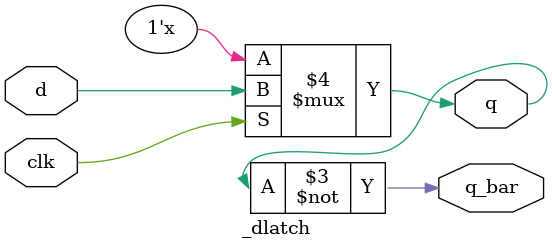
<source format=v>
module _dlatch(clk,d,q,q_bar);
  input clk; //clock
  input d;
  output q,q_bar;
  reg q;
  
  always@(clk or d)begin
    if(clk==1) //Update q value according to d
      q<=d;
  end
  
  assign q_bar=~q;
endmodule
	 
</source>
